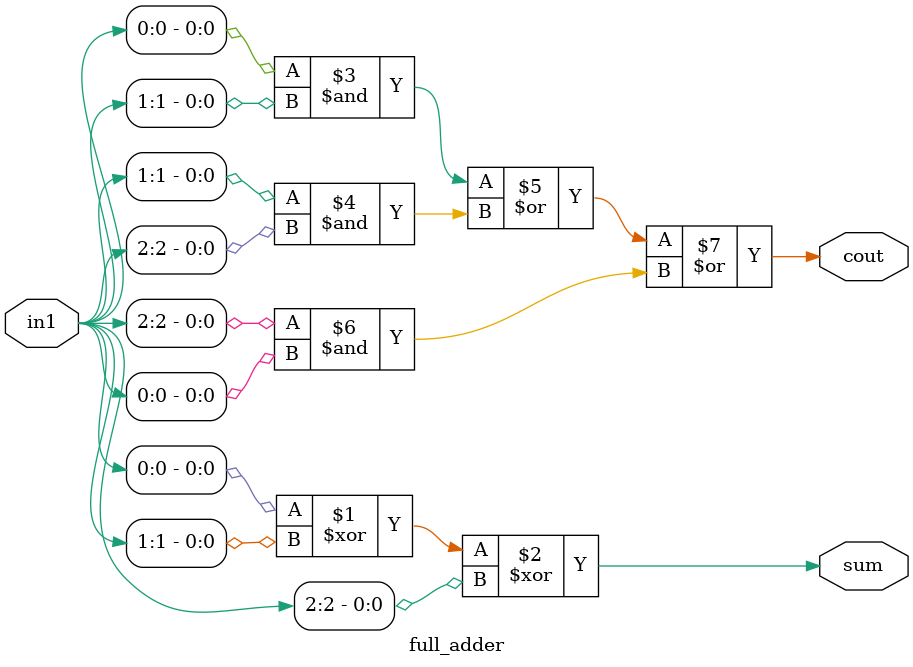
<source format=v>
`timescale 1ns / 1ps
module full_adder(in1, sum, cout);

input [2:0] in1;
output sum ;
output cout ;

assign sum = (in1[0] ^in1[1] ^in1[2]) ;
assign cout = ((in1[0] &in1[1]) | (in1[1] &in1[2]) |(in1[2] &in1[0])) ;


endmodule

</source>
